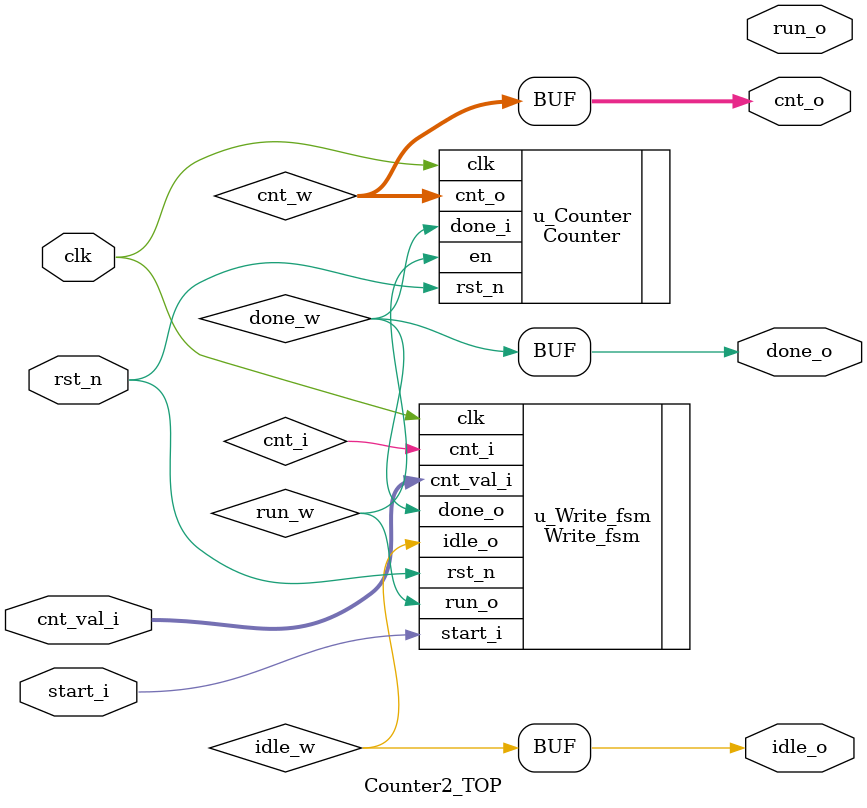
<source format=v>
module Counter2_TOP #(
    parameter CNT_WIDTH = 8
    )
    (
    input clk,
    input rst_n,
    
    input start_i,
    input [CNT_WIDTH-1:0] cnt_val_i,


    
    output [CNT_WIDTH-1:0] cnt_o,

    output idle_o,
    output run_o,
    output done_o
    );

    // link counter - counter_fsm
    wire idle_w, run_w, done_w;
    wire [CNT_WIDTH-1:0] cnt_w;

    // Counter inst
    Counter #(
        .CNT_WIDTH ( CNT_WIDTH )
    )u_Counter(
        .clk    ( clk           ),
        .rst_n  ( rst_n         ),  // reset when reset or done
        .en     ( run_w         ),  // count start when fsm state is RUN
        .cnt_o  ( cnt_w         ),   
        .done_i ( done_w        )
    );
    
    // fsm inst
Write_fsm#(
    .CNT_WIDTH ( 8 )
)u_Write_fsm(
    .clk       ( clk       ),
    .rst_n     ( rst_n     ),
    .start_i   ( start_i   ),
    .cnt_val_i ( cnt_val_i ),
    .cnt_i     ( cnt_i     ),
    .idle_o    ( idle_w    ),
    .run_o     ( run_w     ),
    .done_o    ( done_w    )
);


    // output logic

    assign idle_o = idle_w;
    assign done_o = done_w;
    assign cnt_o = cnt_w;

endmodule
</source>
